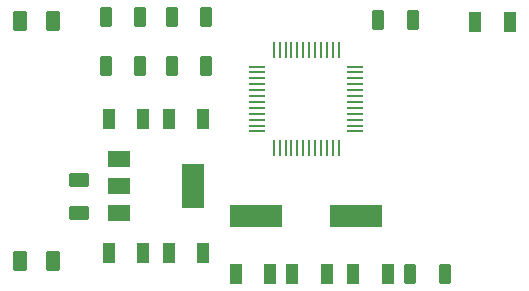
<source format=gbr>
%TF.GenerationSoftware,KiCad,Pcbnew,(7.0.0)*%
%TF.CreationDate,2023-03-02T18:54:12-05:00*%
%TF.ProjectId,STM32_XTW2,53544d33-325f-4585-9457-322e6b696361,rev?*%
%TF.SameCoordinates,Original*%
%TF.FileFunction,Paste,Top*%
%TF.FilePolarity,Positive*%
%FSLAX46Y46*%
G04 Gerber Fmt 4.6, Leading zero omitted, Abs format (unit mm)*
G04 Created by KiCad (PCBNEW (7.0.0)) date 2023-03-02 18:54:12*
%MOMM*%
%LPD*%
G01*
G04 APERTURE LIST*
G04 Aperture macros list*
%AMRoundRect*
0 Rectangle with rounded corners*
0 $1 Rounding radius*
0 $2 $3 $4 $5 $6 $7 $8 $9 X,Y pos of 4 corners*
0 Add a 4 corners polygon primitive as box body*
4,1,4,$2,$3,$4,$5,$6,$7,$8,$9,$2,$3,0*
0 Add four circle primitives for the rounded corners*
1,1,$1+$1,$2,$3*
1,1,$1+$1,$4,$5*
1,1,$1+$1,$6,$7*
1,1,$1+$1,$8,$9*
0 Add four rect primitives between the rounded corners*
20,1,$1+$1,$2,$3,$4,$5,0*
20,1,$1+$1,$4,$5,$6,$7,0*
20,1,$1+$1,$6,$7,$8,$9,0*
20,1,$1+$1,$8,$9,$2,$3,0*%
G04 Aperture macros list end*
%ADD10RoundRect,0.224600X0.325000X0.650000X-0.325000X0.650000X-0.325000X-0.650000X0.325000X-0.650000X0*%
%ADD11RoundRect,0.224600X-0.325000X-0.650000X0.325000X-0.650000X0.325000X0.650000X-0.325000X0.650000X0*%
%ADD12RoundRect,0.224600X-0.375000X-0.625000X0.375000X-0.625000X0.375000X0.625000X-0.375000X0.625000X0*%
%ADD13R,4.449200X1.949200*%
%ADD14RoundRect,0.224600X-0.625000X0.375000X-0.625000X-0.375000X0.625000X-0.375000X0.625000X0.375000X0*%
%ADD15RoundRect,0.224600X-0.312500X-0.625000X0.312500X-0.625000X0.312500X0.625000X-0.312500X0.625000X0*%
%ADD16R,1.949200X1.449200*%
%ADD17R,1.949200X3.749200*%
%ADD18RoundRect,0.049600X0.075000X-0.662500X0.075000X0.662500X-0.075000X0.662500X-0.075000X-0.662500X0*%
%ADD19RoundRect,0.049600X0.662500X-0.075000X0.662500X0.075000X-0.662500X0.075000X-0.662500X-0.075000X0*%
%ADD20RoundRect,0.224600X0.312500X0.625000X-0.312500X0.625000X-0.312500X-0.625000X0.312500X-0.625000X0*%
G04 APERTURE END LIST*
D10*
%TO.C,C8*%
X172186600Y-80060800D03*
X169236600Y-80060800D03*
%TD*%
%TO.C,C4*%
X141150000Y-88314500D03*
X138200000Y-88314500D03*
%TD*%
D11*
%TO.C,C1*%
X148965000Y-101396800D03*
X151915000Y-101396800D03*
%TD*%
%TO.C,C7*%
X143280000Y-99617500D03*
X146230000Y-99617500D03*
%TD*%
D12*
%TO.C,D2*%
X130680000Y-80010000D03*
X133480000Y-80010000D03*
%TD*%
D13*
%TO.C,Y1*%
X159189999Y-96519999D03*
X150689999Y-96519999D03*
%TD*%
D14*
%TO.C,F1*%
X135678250Y-93450000D03*
X135678250Y-96250000D03*
%TD*%
D15*
%TO.C,R3*%
X137971000Y-83845400D03*
X140896000Y-83845400D03*
%TD*%
%TO.C,R2*%
X143571500Y-83845400D03*
X146496500Y-83845400D03*
%TD*%
D16*
%TO.C,U2*%
X139064999Y-91665999D03*
X139064999Y-93965999D03*
D17*
X145364999Y-93965999D03*
D16*
X139064999Y-96265999D03*
%TD*%
D12*
%TO.C,D1*%
X130680000Y-100330000D03*
X133480000Y-100330000D03*
%TD*%
D15*
%TO.C,R6*%
X161036000Y-79883000D03*
X163961000Y-79883000D03*
%TD*%
D18*
%TO.C,U1*%
X152190000Y-90764500D03*
X152690000Y-90764500D03*
X153190000Y-90764500D03*
X153690000Y-90764500D03*
X154190000Y-90764500D03*
X154690000Y-90764500D03*
X155190000Y-90764500D03*
X155690000Y-90764500D03*
X156190000Y-90764500D03*
X156690000Y-90764500D03*
X157190000Y-90764500D03*
X157690000Y-90764500D03*
D19*
X159102500Y-89352000D03*
X159102500Y-88852000D03*
X159102500Y-88352000D03*
X159102500Y-87852000D03*
X159102500Y-87352000D03*
X159102500Y-86852000D03*
X159102500Y-86352000D03*
X159102500Y-85852000D03*
X159102500Y-85352000D03*
X159102500Y-84852000D03*
X159102500Y-84352000D03*
X159102500Y-83852000D03*
D18*
X157690000Y-82439500D03*
X157190000Y-82439500D03*
X156690000Y-82439500D03*
X156190000Y-82439500D03*
X155690000Y-82439500D03*
X155190000Y-82439500D03*
X154690000Y-82439500D03*
X154190000Y-82439500D03*
X153690000Y-82439500D03*
X153190000Y-82439500D03*
X152690000Y-82439500D03*
X152190000Y-82439500D03*
D19*
X150777500Y-83852000D03*
X150777500Y-84352000D03*
X150777500Y-84852000D03*
X150777500Y-85352000D03*
X150777500Y-85852000D03*
X150777500Y-86352000D03*
X150777500Y-86852000D03*
X150777500Y-87352000D03*
X150777500Y-87852000D03*
X150777500Y-88352000D03*
X150777500Y-88852000D03*
X150777500Y-89352000D03*
%TD*%
D20*
%TO.C,R1*%
X166653400Y-101396800D03*
X163728400Y-101396800D03*
%TD*%
D11*
%TO.C,C5*%
X143280000Y-88314500D03*
X146230000Y-88314500D03*
%TD*%
D10*
%TO.C,C2*%
X156669000Y-101396800D03*
X153719000Y-101396800D03*
%TD*%
%TO.C,C6*%
X141150000Y-99617500D03*
X138200000Y-99617500D03*
%TD*%
%TO.C,C3*%
X161886700Y-101396800D03*
X158936700Y-101396800D03*
%TD*%
D15*
%TO.C,R5*%
X143571500Y-79654400D03*
X146496500Y-79654400D03*
%TD*%
%TO.C,R4*%
X137983500Y-79654400D03*
X140908500Y-79654400D03*
%TD*%
M02*

</source>
